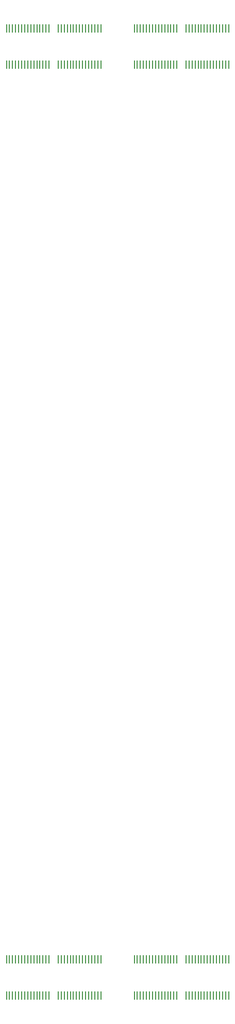
<source format=gbp>
G04 #@! TF.GenerationSoftware,KiCad,Pcbnew,(5.1.9)-1*
G04 #@! TF.CreationDate,2021-12-19T15:13:43-05:00*
G04 #@! TF.ProjectId,backplane-breakout-FPC,6261636b-706c-4616-9e65-2d627265616b,rev?*
G04 #@! TF.SameCoordinates,Original*
G04 #@! TF.FileFunction,Paste,Bot*
G04 #@! TF.FilePolarity,Positive*
%FSLAX46Y46*%
G04 Gerber Fmt 4.6, Leading zero omitted, Abs format (unit mm)*
G04 Created by KiCad (PCBNEW (5.1.9)-1) date 2021-12-19 15:13:43*
%MOMM*%
%LPD*%
G01*
G04 APERTURE LIST*
%ADD10R,0.280000X1.350000*%
G04 APERTURE END LIST*
D10*
X132750000Y-30950000D03*
X132750000Y-25050000D03*
X132250000Y-30950000D03*
X132250000Y-25050000D03*
X131750000Y-30950000D03*
X131750000Y-25050000D03*
X131250000Y-30950000D03*
X131250000Y-25050000D03*
X130750000Y-30950000D03*
X130750000Y-25050000D03*
X130250000Y-30950000D03*
X130250000Y-25050000D03*
X129750000Y-30950000D03*
X129750000Y-25050000D03*
X129250000Y-30950000D03*
X129250000Y-25050000D03*
X128750000Y-30950000D03*
X128750000Y-25050000D03*
X128250000Y-30950000D03*
X128250000Y-25050000D03*
X127750000Y-30950000D03*
X127750000Y-25050000D03*
X127250000Y-30950000D03*
X127250000Y-25050000D03*
X126750000Y-30950000D03*
X126750000Y-25050000D03*
X126250000Y-30950000D03*
X126250000Y-25050000D03*
X125750000Y-30950000D03*
X125750000Y-25050000D03*
X124250000Y-30950000D03*
X124250000Y-25050000D03*
X123750000Y-30950000D03*
X123750000Y-25050000D03*
X123250000Y-30950000D03*
X123250000Y-25050000D03*
X122750000Y-30950000D03*
X122750000Y-25050000D03*
X122250000Y-30950000D03*
X122250000Y-25050000D03*
X121750000Y-30950000D03*
X121750000Y-25050000D03*
X121250000Y-30950000D03*
X121250000Y-25050000D03*
X120750000Y-30950000D03*
X120750000Y-25050000D03*
X120250000Y-30950000D03*
X120250000Y-25050000D03*
X119750000Y-30950000D03*
X119750000Y-25050000D03*
X119250000Y-30950000D03*
X119250000Y-25050000D03*
X118750000Y-30950000D03*
X118750000Y-25050000D03*
X118250000Y-30950000D03*
X118250000Y-25050000D03*
X117750000Y-30950000D03*
X117750000Y-25050000D03*
X117250000Y-30950000D03*
X117250000Y-25050000D03*
X153750000Y-183350000D03*
X153750000Y-177450000D03*
X153250000Y-183350000D03*
X153250000Y-177450000D03*
X152750000Y-183350000D03*
X152750000Y-177450000D03*
X152250000Y-183350000D03*
X152250000Y-177450000D03*
X151750000Y-183350000D03*
X151750000Y-177450000D03*
X151250000Y-183350000D03*
X151250000Y-177450000D03*
X150750000Y-183350000D03*
X150750000Y-177450000D03*
X150250000Y-183350000D03*
X150250000Y-177450000D03*
X149750000Y-183350000D03*
X149750000Y-177450000D03*
X149250000Y-183350000D03*
X149250000Y-177450000D03*
X148750000Y-183350000D03*
X148750000Y-177450000D03*
X148250000Y-183350000D03*
X148250000Y-177450000D03*
X147750000Y-183350000D03*
X147750000Y-177450000D03*
X147250000Y-183350000D03*
X147250000Y-177450000D03*
X146750000Y-183350000D03*
X146750000Y-177450000D03*
X145250000Y-183350000D03*
X145250000Y-177450000D03*
X144750000Y-183350000D03*
X144750000Y-177450000D03*
X144250000Y-183350000D03*
X144250000Y-177450000D03*
X143750000Y-183350000D03*
X143750000Y-177450000D03*
X143250000Y-183350000D03*
X143250000Y-177450000D03*
X142750000Y-183350000D03*
X142750000Y-177450000D03*
X142250000Y-183350000D03*
X142250000Y-177450000D03*
X141750000Y-183350000D03*
X141750000Y-177450000D03*
X141250000Y-183350000D03*
X141250000Y-177450000D03*
X140750000Y-183350000D03*
X140750000Y-177450000D03*
X140250000Y-183350000D03*
X140250000Y-177450000D03*
X139750000Y-183350000D03*
X139750000Y-177450000D03*
X139250000Y-183350000D03*
X139250000Y-177450000D03*
X138750000Y-183350000D03*
X138750000Y-177450000D03*
X138250000Y-183350000D03*
X138250000Y-177450000D03*
X132750000Y-183350000D03*
X132750000Y-177450000D03*
X132250000Y-183350000D03*
X132250000Y-177450000D03*
X131750000Y-183350000D03*
X131750000Y-177450000D03*
X131250000Y-183350000D03*
X131250000Y-177450000D03*
X130750000Y-183350000D03*
X130750000Y-177450000D03*
X130250000Y-183350000D03*
X130250000Y-177450000D03*
X129750000Y-183350000D03*
X129750000Y-177450000D03*
X129250000Y-183350000D03*
X129250000Y-177450000D03*
X128750000Y-183350000D03*
X128750000Y-177450000D03*
X128250000Y-183350000D03*
X128250000Y-177450000D03*
X127750000Y-183350000D03*
X127750000Y-177450000D03*
X127250000Y-183350000D03*
X127250000Y-177450000D03*
X126750000Y-183350000D03*
X126750000Y-177450000D03*
X126250000Y-183350000D03*
X126250000Y-177450000D03*
X125750000Y-183350000D03*
X125750000Y-177450000D03*
X124250000Y-183350000D03*
X124250000Y-177450000D03*
X123750000Y-183350000D03*
X123750000Y-177450000D03*
X123250000Y-183350000D03*
X123250000Y-177450000D03*
X122750000Y-183350000D03*
X122750000Y-177450000D03*
X122250000Y-183350000D03*
X122250000Y-177450000D03*
X121750000Y-183350000D03*
X121750000Y-177450000D03*
X121250000Y-183350000D03*
X121250000Y-177450000D03*
X120750000Y-183350000D03*
X120750000Y-177450000D03*
X120250000Y-183350000D03*
X120250000Y-177450000D03*
X119750000Y-183350000D03*
X119750000Y-177450000D03*
X119250000Y-183350000D03*
X119250000Y-177450000D03*
X118750000Y-183350000D03*
X118750000Y-177450000D03*
X118250000Y-183350000D03*
X118250000Y-177450000D03*
X117750000Y-183350000D03*
X117750000Y-177450000D03*
X117250000Y-183350000D03*
X117250000Y-177450000D03*
X153750000Y-30950000D03*
X153750000Y-25050000D03*
X153250000Y-30950000D03*
X153250000Y-25050000D03*
X152750000Y-30950000D03*
X152750000Y-25050000D03*
X152250000Y-30950000D03*
X152250000Y-25050000D03*
X151750000Y-30950000D03*
X151750000Y-25050000D03*
X151250000Y-30950000D03*
X151250000Y-25050000D03*
X150750000Y-30950000D03*
X150750000Y-25050000D03*
X150250000Y-30950000D03*
X150250000Y-25050000D03*
X149750000Y-30950000D03*
X149750000Y-25050000D03*
X149250000Y-30950000D03*
X149250000Y-25050000D03*
X148750000Y-30950000D03*
X148750000Y-25050000D03*
X148250000Y-30950000D03*
X148250000Y-25050000D03*
X147750000Y-30950000D03*
X147750000Y-25050000D03*
X147250000Y-30950000D03*
X147250000Y-25050000D03*
X146750000Y-30950000D03*
X146750000Y-25050000D03*
X145250000Y-30950000D03*
X145250000Y-25050000D03*
X144750000Y-30950000D03*
X144750000Y-25050000D03*
X144250000Y-30950000D03*
X144250000Y-25050000D03*
X143750000Y-30950000D03*
X143750000Y-25050000D03*
X143250000Y-30950000D03*
X143250000Y-25050000D03*
X142750000Y-30950000D03*
X142750000Y-25050000D03*
X142250000Y-30950000D03*
X142250000Y-25050000D03*
X141750000Y-30950000D03*
X141750000Y-25050000D03*
X141250000Y-30950000D03*
X141250000Y-25050000D03*
X140750000Y-30950000D03*
X140750000Y-25050000D03*
X140250000Y-30950000D03*
X140250000Y-25050000D03*
X139750000Y-30950000D03*
X139750000Y-25050000D03*
X139250000Y-30950000D03*
X139250000Y-25050000D03*
X138750000Y-30950000D03*
X138750000Y-25050000D03*
X138250000Y-30950000D03*
X138250000Y-25050000D03*
M02*

</source>
